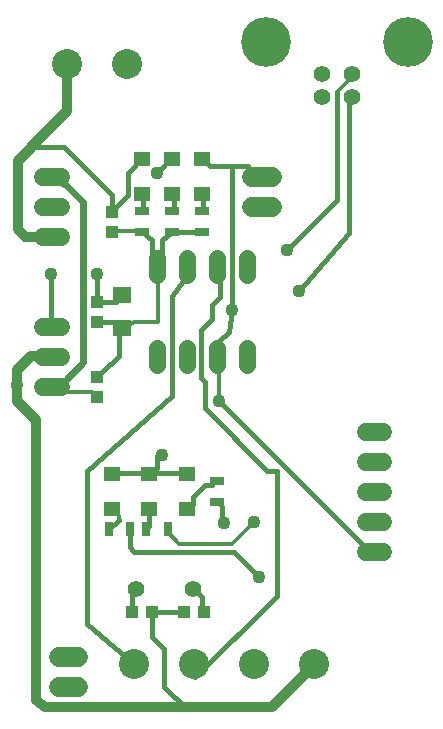
<source format=gtl>
G75*
G70*
%OFA0B0*%
%FSLAX24Y24*%
%IPPOS*%
%LPD*%
%AMOC8*
5,1,8,0,0,1.08239X$1,22.5*
%
%ADD10C,0.0554*%
%ADD11R,0.0433X0.0394*%
%ADD12C,0.0554*%
%ADD13C,0.0594*%
%ADD14C,0.1000*%
%ADD15R,0.0394X0.0433*%
%ADD16R,0.0630X0.0551*%
%ADD17R,0.0472X0.0315*%
%ADD18R,0.0551X0.0472*%
%ADD19C,0.0650*%
%ADD20R,0.0315X0.0472*%
%ADD21C,0.1660*%
%ADD22C,0.0160*%
%ADD23C,0.0120*%
%ADD24C,0.0320*%
%ADD25C,0.0436*%
%ADD26C,0.0100*%
%ADD27C,0.0240*%
D10*
X004467Y007379D03*
X006367Y007379D03*
X010675Y023774D03*
X010675Y024562D03*
X011659Y024562D03*
X011659Y023774D03*
D11*
X006752Y006629D03*
X006083Y006629D03*
X005002Y006629D03*
X004333Y006629D03*
D12*
X005167Y014851D02*
X005167Y015406D01*
X006167Y015406D02*
X006167Y014851D01*
X007167Y014851D02*
X007167Y015406D01*
X008167Y015406D02*
X008167Y014851D01*
X008167Y017851D02*
X008167Y018406D01*
X007167Y018406D02*
X007167Y017851D01*
X006167Y017851D02*
X006167Y018406D01*
X005167Y018406D02*
X005167Y017851D01*
D13*
X001964Y019129D02*
X001370Y019129D01*
X001370Y020129D02*
X001964Y020129D01*
X001964Y021129D02*
X001370Y021129D01*
X001370Y016129D02*
X001964Y016129D01*
X001964Y015129D02*
X001370Y015129D01*
X001370Y014129D02*
X001964Y014129D01*
X012120Y012629D02*
X012714Y012629D01*
X012714Y011629D02*
X012120Y011629D01*
X012120Y010629D02*
X012714Y010629D01*
X012714Y009629D02*
X012120Y009629D01*
X012120Y008629D02*
X012714Y008629D01*
D14*
X010417Y004879D03*
X008417Y004879D03*
X006417Y004879D03*
X004417Y004879D03*
X004167Y024879D03*
X002167Y024879D03*
D15*
X003667Y019963D03*
X003667Y019294D03*
X003167Y016963D03*
X003167Y016294D03*
X003167Y014463D03*
X003167Y013794D03*
D16*
X004010Y016077D03*
X004010Y017180D03*
D17*
X004667Y019274D03*
X004667Y019983D03*
X005667Y019983D03*
X005667Y019274D03*
X006667Y019274D03*
X006667Y019983D03*
X007167Y010983D03*
X007167Y010274D03*
D18*
X006167Y010038D03*
X006167Y011219D03*
X004917Y011219D03*
X004917Y010038D03*
X003667Y010038D03*
X003667Y011219D03*
X004667Y020538D03*
X004667Y021719D03*
X005667Y021719D03*
X005667Y020538D03*
X006667Y020538D03*
X006667Y021719D03*
D19*
X008342Y021129D02*
X008992Y021129D01*
X008992Y020129D02*
X008342Y020129D01*
X002542Y005129D02*
X001892Y005129D01*
X001892Y004129D02*
X002542Y004129D01*
D20*
X003563Y009379D03*
X004272Y009379D03*
X004813Y009379D03*
X005522Y009379D03*
D21*
X008797Y025629D03*
X013537Y025629D03*
D22*
X011567Y023569D02*
X011567Y019249D01*
X009886Y017331D01*
X009487Y018689D02*
X011167Y020369D01*
X011167Y023969D01*
X008667Y021129D02*
X008207Y021409D01*
X008207Y021489D02*
X007685Y021489D01*
X007685Y016689D01*
X007567Y015969D01*
X007247Y015649D01*
X007167Y015129D01*
X006648Y014412D02*
X006648Y016026D01*
X007002Y016380D01*
X007002Y016853D01*
X007277Y017129D01*
X007277Y018018D01*
X007167Y018129D01*
X006667Y019274D02*
X005667Y019274D01*
X005487Y019169D01*
X005327Y019009D01*
X005327Y018609D01*
X005167Y018129D01*
X005007Y018609D01*
X005007Y019009D01*
X004847Y019169D01*
X004687Y020129D02*
X004687Y020369D01*
X005167Y021249D02*
X005407Y021489D01*
X005727Y020369D02*
X005727Y020129D01*
X006687Y020129D02*
X006687Y020369D01*
X006927Y021489D02*
X006667Y021719D01*
X006927Y021489D02*
X007685Y021489D01*
X006167Y018129D02*
X006047Y017649D01*
X005685Y017169D01*
X005685Y013809D01*
X002837Y011329D01*
X002837Y006209D01*
X004417Y004879D01*
X005002Y005794D02*
X005417Y005379D01*
X005417Y004129D01*
X006167Y003379D01*
X008917Y003379D01*
X010417Y004879D01*
X010627Y005089D01*
X009167Y007169D02*
X006447Y004449D01*
X006417Y004879D01*
X006083Y006629D02*
X005002Y006629D01*
X005002Y005794D01*
X004333Y006629D02*
X004333Y007244D01*
X004467Y007379D01*
X004417Y008629D02*
X007736Y008629D01*
X008565Y007800D01*
X009167Y007169D02*
X009167Y011329D01*
X008847Y011329D01*
X006767Y013409D01*
X006767Y014292D01*
X006648Y014412D01*
X007247Y013649D02*
X011967Y008929D01*
X012417Y008629D01*
X007407Y009579D02*
X007327Y009659D01*
X007327Y010129D01*
X007007Y010849D02*
X006767Y010849D01*
X006367Y010449D01*
X006367Y010209D01*
X005967Y011249D02*
X005167Y011249D01*
X005167Y011409D02*
X005167Y011809D01*
X005327Y011850D01*
X004687Y011249D02*
X003887Y011249D01*
X003887Y009703D02*
X003563Y009379D01*
X004272Y009379D02*
X004272Y008774D01*
X004417Y008629D01*
X004813Y009379D02*
X004917Y009483D01*
X004917Y010038D01*
X005522Y009379D02*
X005522Y009274D01*
X006367Y007379D02*
X006417Y007379D01*
X006667Y007129D01*
X006667Y006713D01*
X006752Y006629D01*
X003327Y014609D02*
X003887Y015169D01*
X003887Y015809D01*
X004010Y016077D01*
X003887Y016289D02*
X003327Y016289D01*
X003167Y016963D02*
X003167Y017861D01*
X003183Y017877D01*
X003167Y016963D02*
X003793Y016963D01*
X004010Y017180D01*
X003667Y019963D02*
X003667Y020529D01*
X002067Y022129D01*
X000967Y022129D01*
X001648Y017877D02*
X001648Y016148D01*
X001667Y016129D01*
X003807Y020129D02*
X004207Y020529D01*
X004207Y021249D01*
X004447Y021489D01*
D23*
X004667Y021719D01*
X004667Y020538D02*
X004687Y020369D01*
X004687Y020129D02*
X004667Y019983D01*
X004447Y019329D02*
X004667Y019274D01*
X004847Y019169D01*
X004447Y019329D02*
X003807Y019329D01*
X003667Y019294D01*
X003667Y019963D02*
X003807Y020129D01*
X005167Y018129D02*
X005187Y017649D01*
X005187Y016289D01*
X004447Y016289D01*
X004010Y016077D01*
X003887Y016289D01*
X003327Y016289D02*
X003167Y016294D01*
X003327Y014609D02*
X003167Y014463D01*
X003007Y013969D02*
X003167Y013794D01*
X003007Y013969D02*
X002207Y013969D01*
X001667Y014129D01*
X003667Y011219D02*
X003887Y011249D01*
X003667Y010038D02*
X003887Y009809D01*
X003887Y009703D01*
X003887Y009649D02*
X003887Y009809D01*
X004687Y011249D02*
X004917Y011219D01*
X005167Y011409D01*
X005167Y011249D02*
X004917Y011219D01*
X005522Y009274D02*
X005917Y008879D01*
X007667Y008879D01*
X008417Y009629D01*
X007327Y010129D02*
X007167Y010274D01*
X007007Y010849D02*
X007167Y010983D01*
X006367Y010209D02*
X006167Y010038D01*
X006167Y011219D02*
X005967Y011249D01*
X007247Y013649D02*
X007247Y014609D01*
X007167Y015129D01*
X006667Y019983D02*
X006687Y020129D01*
X006687Y020369D02*
X006667Y020538D01*
X005727Y020369D02*
X005667Y020538D01*
X005727Y020129D02*
X005667Y019983D01*
X005407Y021489D02*
X005667Y021719D01*
X008207Y021489D02*
X008207Y021409D01*
X011167Y023969D02*
X011567Y024369D01*
X011567Y024469D01*
X011659Y024562D01*
D24*
X001136Y003703D02*
X001451Y003467D01*
X009010Y003467D01*
X010627Y005085D01*
X010627Y005089D01*
X001667Y015129D02*
X001636Y015160D01*
X000978Y015160D01*
X000506Y014688D01*
X000506Y014176D01*
X000506Y013664D01*
X001136Y013034D01*
X001136Y003703D01*
X001667Y019129D02*
X001659Y019136D01*
X000781Y019136D01*
X000545Y019373D01*
X000545Y021656D01*
X000967Y022078D01*
X000967Y022129D01*
X002167Y023329D01*
X002167Y024879D01*
D25*
X005167Y021249D03*
X003183Y017877D03*
X001648Y017877D03*
X000506Y014176D03*
X005327Y011850D03*
X007247Y013649D03*
X007685Y016689D03*
X009487Y018689D03*
X009886Y017331D03*
X008417Y009629D03*
X008565Y007800D03*
X007407Y009579D03*
D26*
X011567Y023569D02*
X011567Y023682D01*
X011659Y023774D01*
D27*
X002697Y020279D02*
X002697Y014939D01*
X002127Y014369D01*
X001667Y014129D01*
X002697Y020279D02*
X002127Y020849D01*
X001667Y021129D01*
M02*

</source>
